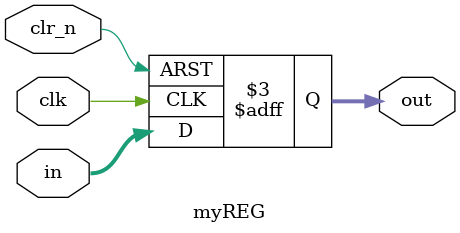
<source format=v>
module myREG( input [7:0] in	,
				  input clk, clr_n, // ativo em nivel logico baixo	
				  output reg [7:0] out );
				  
 always @ (posedge clk or negedge clr_n) begin
								// clear assincrono ativo baixo

	if(clr_n == 1'b0)				// nao precisa de begin end caso seja so uma linha
		out <= 8'd0;				
	else
		out <= in;

 end


endmodule

</source>
